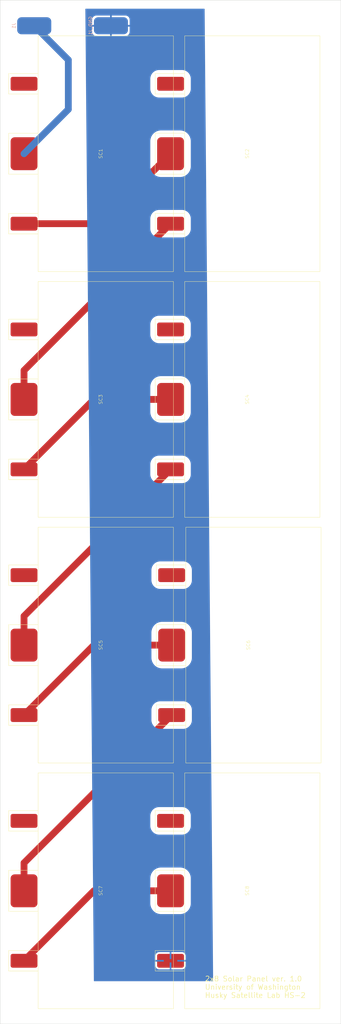
<source format=kicad_pcb>
(kicad_pcb (version 20241229) (generator "pcbnew") (generator_version "9.0")
  (layers (0 "F.Cu" signal) (2 "B.Cu" signal) (13 "F.Paste" user) (15 "B.Paste" user) (5 "F.SilkS" user "F.Silkscreen") (7 "B.SilkS" user "B.Silkscreen") (1 "F.Mask" user) (3 "B.Mask" user) (25 "Edge.Cuts" user))
  (net 0 "")
  (net 1 "Net-(J1-Pin_1)")
  (net 2 "Net-(SC1--)")
  (net 3 "Net-(SC2--)")
  (net 4 "Net-(SC3--)")
  (net 5 "Net-(SC4--)")
  (net 6 "Net-(SC5--)")
  (net 7 "Net-(SC6--)")
  (net 8 "Net-(SC7--)")
  (net 9 "GND")
  (footprint "solar_cells:xte-sf" (layer "F.Cu") (at 76.525 325.5 90)
    (property "Reference" "SC7" (at 0 -1.5 90) (layer "F.SilkS") (effects (font (thickness 0.1))))
    (property "Value" "XTE-SF")
    (fp_line (start 23.5 -28.5) (end 23.5 -20) (stroke (width 0.1)) (layer "F.SilkS"))
    (fp_line (start 17.5 -28.5) (end 23.5 -28.5) (stroke (width 0.1)) (layer "F.SilkS"))
    (fp_line (start 6 -28.5) (end 6 -20) (stroke (width 0.1)) (layer "F.SilkS"))
    (fp_line (start -6 -28.5) (end 6 -28.5) (stroke (width 0.1)) (layer "F.SilkS"))
    (fp_line (start -6 -28.5) (end -6 -20) (stroke (width 0.1)) (layer "F.SilkS"))
    (fp_line (start -17.5 -28.5) (end -17.5 -20) (stroke (width 0.1)) (layer "F.SilkS"))
    (fp_line (start -23.5 -28.5) (end -17.5 -28.5) (stroke (width 0.1)) (layer "F.SilkS"))
    (fp_line (start -23.5 -28.5) (end -23.5 -20) (stroke (width 0.1)) (layer "F.SilkS"))
    (fp_line (start 17.5 -20) (end 17.5 -28.5) (stroke (width 0.1)) (layer "F.SilkS"))
    (fp_line (start -23.5 -20) (end -23.5 -28.5) (stroke (width 0.1)) (layer "F.SilkS"))
    (fp_rect (start -34.55 -19.85) (end 34.55 19.85) (stroke (width 0.1)) (fill no) (layer "F.SilkS"))
    (pad "1" smd roundrect (at 0 -24 90) (size 9.652 7.874) (layers "F.Cu" "F.Mask" "F.Paste") (roundrect_rratio 0.15) (net 7 "Net-(SC6--)"))
    (pad "2" smd roundrect (at -20.5 -24 90) (size 4.064 7.874) (layers "F.Cu" "F.Mask" "F.Paste") (roundrect_rratio 0.15) (net 8 "Net-(SC7--)"))
    (pad "3" smd roundrect (at 20.5 -24 90) (size 4.064 7.874) (layers "F.Cu" "F.Mask" "F.Paste") (roundrect_rratio 0.15))
  )
  (footprint "solar_cells:xte-sf" (layer "F.Cu") (at 119.525 181.5 90)
    (property "Reference" "SC4" (at 0 -1.5 90) (layer "F.SilkS") (effects (font (thickness 0.1))))
    (property "Value" "XTE-SF")
    (fp_line (start 23.5 -28.5) (end 23.5 -20) (stroke (width 0.1)) (layer "F.SilkS"))
    (fp_line (start 17.5 -28.5) (end 23.5 -28.5) (stroke (width 0.1)) (layer "F.SilkS"))
    (fp_line (start 6 -28.5) (end 6 -20) (stroke (width 0.1)) (layer "F.SilkS"))
    (fp_line (start -6 -28.5) (end 6 -28.5) (stroke (width 0.1)) (layer "F.SilkS"))
    (fp_line (start -6 -28.5) (end -6 -20) (stroke (width 0.1)) (layer "F.SilkS"))
    (fp_line (start -17.5 -28.5) (end -17.5 -20) (stroke (width 0.1)) (layer "F.SilkS"))
    (fp_line (start -23.5 -28.5) (end -17.5 -28.5) (stroke (width 0.1)) (layer "F.SilkS"))
    (fp_line (start -23.5 -28.5) (end -23.5 -20) (stroke (width 0.1)) (layer "F.SilkS"))
    (fp_line (start 17.5 -20) (end 17.5 -28.5) (stroke (width 0.1)) (layer "F.SilkS"))
    (fp_line (start -23.5 -20) (end -23.5 -28.5) (stroke (width 0.1)) (layer "F.SilkS"))
    (fp_rect (start -34.55 -19.85) (end 34.55 19.85) (stroke (width 0.1)) (fill no) (layer "F.SilkS"))
    (pad "1" smd roundrect (at 0 -24 90) (size 9.652 7.874) (layers "F.Cu" "F.Mask" "F.Paste") (roundrect_rratio 0.15) (net 4 "Net-(SC3--)"))
    (pad "2" smd roundrect (at -20.5 -24 90) (size 4.064 7.874) (layers "F.Cu" "F.Mask" "F.Paste") (roundrect_rratio 0.15) (net 5 "Net-(SC4--)"))
    (pad "3" smd roundrect (at 20.5 -24 90) (size 4.064 7.874) (layers "F.Cu" "F.Mask" "F.Paste") (roundrect_rratio 0.15))
  )
  (footprint "solar_cells:xte-sf" (layer "F.Cu") (at 119.85 253.5 90)
    (property "Reference" "SC6" (at 0 -1.5 90) (layer "F.SilkS") (effects (font (thickness 0.1))))
    (property "Value" "XTE-SF")
    (fp_line (start 23.5 -28.5) (end 23.5 -20) (stroke (width 0.1)) (layer "F.SilkS"))
    (fp_line (start 17.5 -28.5) (end 23.5 -28.5) (stroke (width 0.1)) (layer "F.SilkS"))
    (fp_line (start 6 -28.5) (end 6 -20) (stroke (width 0.1)) (layer "F.SilkS"))
    (fp_line (start -6 -28.5) (end 6 -28.5) (stroke (width 0.1)) (layer "F.SilkS"))
    (fp_line (start -6 -28.5) (end -6 -20) (stroke (width 0.1)) (layer "F.SilkS"))
    (fp_line (start -17.5 -28.5) (end -17.5 -20) (stroke (width 0.1)) (layer "F.SilkS"))
    (fp_line (start -23.5 -28.5) (end -17.5 -28.5) (stroke (width 0.1)) (layer "F.SilkS"))
    (fp_line (start -23.5 -28.5) (end -23.5 -20) (stroke (width 0.1)) (layer "F.SilkS"))
    (fp_line (start 17.5 -20) (end 17.5 -28.5) (stroke (width 0.1)) (layer "F.SilkS"))
    (fp_line (start -23.5 -20) (end -23.5 -28.5) (stroke (width 0.1)) (layer "F.SilkS"))
    (fp_rect (start -34.55 -19.85) (end 34.55 19.85) (stroke (width 0.1)) (fill no) (layer "F.SilkS"))
    (pad "1" smd roundrect (at 0 -24 90) (size 9.652 7.874) (layers "F.Cu" "F.Mask" "F.Paste") (roundrect_rratio 0.15) (net 6 "Net-(SC5--)"))
    (pad "2" smd roundrect (at -20.5 -24 90) (size 4.064 7.874) (layers "F.Cu" "F.Mask" "F.Paste") (roundrect_rratio 0.15) (net 7 "Net-(SC6--)"))
    (pad "3" smd roundrect (at 20.5 -24 90) (size 4.064 7.874) (layers "F.Cu" "F.Mask" "F.Paste") (roundrect_rratio 0.15))
  )
  (footprint "solar_cells:xte-sf" (layer "F.Cu") (at 119.525 109.5 90)
    (property "Reference" "SC2" (at 0 -1.5 90) (layer "F.SilkS") (effects (font (thickness 0.1))))
    (property "Value" "XTE-SF")
    (fp_line (start 23.5 -28.5) (end 23.5 -20) (stroke (width 0.1)) (layer "F.SilkS"))
    (fp_line (start 17.5 -28.5) (end 23.5 -28.5) (stroke (width 0.1)) (layer "F.SilkS"))
    (fp_line (start 6 -28.5) (end 6 -20) (stroke (width 0.1)) (layer "F.SilkS"))
    (fp_line (start -6 -28.5) (end 6 -28.5) (stroke (width 0.1)) (layer "F.SilkS"))
    (fp_line (start -6 -28.5) (end -6 -20) (stroke (width 0.1)) (layer "F.SilkS"))
    (fp_line (start -17.5 -28.5) (end -17.5 -20) (stroke (width 0.1)) (layer "F.SilkS"))
    (fp_line (start -23.5 -28.5) (end -17.5 -28.5) (stroke (width 0.1)) (layer "F.SilkS"))
    (fp_line (start -23.5 -28.5) (end -23.5 -20) (stroke (width 0.1)) (layer "F.SilkS"))
    (fp_line (start 17.5 -20) (end 17.5 -28.5) (stroke (width 0.1)) (layer "F.SilkS"))
    (fp_line (start -23.5 -20) (end -23.5 -28.5) (stroke (width 0.1)) (layer "F.SilkS"))
    (fp_rect (start -34.55 -19.85) (end 34.55 19.85) (stroke (width 0.1)) (fill no) (layer "F.SilkS"))
    (pad "1" smd roundrect (at 0 -24 90) (size 9.652 7.874) (layers "F.Cu" "F.Mask" "F.Paste") (roundrect_rratio 0.15) (net 2 "Net-(SC1--)"))
    (pad "2" smd roundrect (at -20.5 -24 90) (size 4.064 7.874) (layers "F.Cu" "F.Mask" "F.Paste") (roundrect_rratio 0.15) (net 3 "Net-(SC2--)"))
    (pad "3" smd roundrect (at 20.5 -24 90) (size 4.064 7.874) (layers "F.Cu" "F.Mask" "F.Paste") (roundrect_rratio 0.15))
  )
  (footprint "solar_cells:xte-sf" (layer "F.Cu") (at 119.525 325.5 90)
    (property "Reference" "SC8" (at 0 -1.5 90) (layer "F.SilkS") (effects (font (thickness 0.1))))
    (property "Value" "XTE-SF")
    (fp_line (start 23.5 -28.5) (end 23.5 -20) (stroke (width 0.1)) (layer "F.SilkS"))
    (fp_line (start 17.5 -28.5) (end 23.5 -28.5) (stroke (width 0.1)) (layer "F.SilkS"))
    (fp_line (start 6 -28.5) (end 6 -20) (stroke (width 0.1)) (layer "F.SilkS"))
    (fp_line (start -6 -28.5) (end 6 -28.5) (stroke (width 0.1)) (layer "F.SilkS"))
    (fp_line (start -6 -28.5) (end -6 -20) (stroke (width 0.1)) (layer "F.SilkS"))
    (fp_line (start -17.5 -28.5) (end -17.5 -20) (stroke (width 0.1)) (layer "F.SilkS"))
    (fp_line (start -23.5 -28.5) (end -17.5 -28.5) (stroke (width 0.1)) (layer "F.SilkS"))
    (fp_line (start -23.5 -28.5) (end -23.5 -20) (stroke (width 0.1)) (layer "F.SilkS"))
    (fp_line (start 17.5 -20) (end 17.5 -28.5) (stroke (width 0.1)) (layer "F.SilkS"))
    (fp_line (start -23.5 -20) (end -23.5 -28.5) (stroke (width 0.1)) (layer "F.SilkS"))
    (fp_rect (start -34.55 -19.85) (end 34.55 19.85) (stroke (width 0.1)) (fill no) (layer "F.SilkS"))
    (pad "1" smd roundrect (at 0 -24 90) (size 9.652 7.874) (layers "F.Cu" "F.Mask" "F.Paste") (roundrect_rratio 0.15) (net 8 "Net-(SC7--)"))
    (pad "2" smd roundrect (at -20.5 -24 90) (size 4.064 7.874) (layers "F.Cu" "F.Mask" "F.Paste") (roundrect_rratio 0.15) (net 9 "GND"))
    (pad "3" smd roundrect (at 20.5 -24 90) (size 4.064 7.874) (layers "F.Cu" "F.Mask" "F.Paste") (roundrect_rratio 0.15))
  )
  (footprint "solar_cells:xte-sf" (layer "F.Cu") (at 76.525 253.5 90)
    (property "Reference" "SC5" (at 0 -1.5 90) (layer "F.SilkS") (effects (font (thickness 0.1))))
    (property "Value" "XTE-SF")
    (fp_line (start 23.5 -28.5) (end 23.5 -20) (stroke (width 0.1)) (layer "F.SilkS"))
    (fp_line (start 17.5 -28.5) (end 23.5 -28.5) (stroke (width 0.1)) (layer "F.SilkS"))
    (fp_line (start 6 -28.5) (end 6 -20) (stroke (width 0.1)) (layer "F.SilkS"))
    (fp_line (start -6 -28.5) (end 6 -28.5) (stroke (width 0.1)) (layer "F.SilkS"))
    (fp_line (start -6 -28.5) (end -6 -20) (stroke (width 0.1)) (layer "F.SilkS"))
    (fp_line (start -17.5 -28.5) (end -17.5 -20) (stroke (width 0.1)) (layer "F.SilkS"))
    (fp_line (start -23.5 -28.5) (end -17.5 -28.5) (stroke (width 0.1)) (layer "F.SilkS"))
    (fp_line (start -23.5 -28.5) (end -23.5 -20) (stroke (width 0.1)) (layer "F.SilkS"))
    (fp_line (start 17.5 -20) (end 17.5 -28.5) (stroke (width 0.1)) (layer "F.SilkS"))
    (fp_line (start -23.5 -20) (end -23.5 -28.5) (stroke (width 0.1)) (layer "F.SilkS"))
    (fp_rect (start -34.55 -19.85) (end 34.55 19.85) (stroke (width 0.1)) (fill no) (layer "F.SilkS"))
    (pad "1" smd roundrect (at 0 -24 90) (size 9.652 7.874) (layers "F.Cu" "F.Mask" "F.Paste") (roundrect_rratio 0.15) (net 5 "Net-(SC4--)"))
    (pad "2" smd roundrect (at -20.5 -24 90) (size 4.064 7.874) (layers "F.Cu" "F.Mask" "F.Paste") (roundrect_rratio 0.15) (net 6 "Net-(SC5--)"))
    (pad "3" smd roundrect (at 20.5 -24 90) (size 4.064 7.874) (layers "F.Cu" "F.Mask" "F.Paste") (roundrect_rratio 0.15))
  )
  (footprint "solar_cells:xte-sf" (layer "F.Cu") (at 76.525 109.5 90)
    (property "Reference" "SC1" (at 0 -1.5 90) (layer "F.SilkS") (effects (font (thickness 0.1))))
    (property "Value" "XTE-SF")
    (fp_line (start 23.5 -28.5) (end 23.5 -20) (stroke (width 0.1)) (layer "F.SilkS"))
    (fp_line (start 17.5 -28.5) (end 23.5 -28.5) (stroke (width 0.1)) (layer "F.SilkS"))
    (fp_line (start 6 -28.5) (end 6 -20) (stroke (width 0.1)) (layer "F.SilkS"))
    (fp_line (start -6 -28.5) (end 6 -28.5) (stroke (width 0.1)) (layer "F.SilkS"))
    (fp_line (start -6 -28.5) (end -6 -20) (stroke (width 0.1)) (layer "F.SilkS"))
    (fp_line (start -17.5 -28.5) (end -17.5 -20) (stroke (width 0.1)) (layer "F.SilkS"))
    (fp_line (start -23.5 -28.5) (end -17.5 -28.5) (stroke (width 0.1)) (layer "F.SilkS"))
    (fp_line (start -23.5 -28.5) (end -23.5 -20) (stroke (width 0.1)) (layer "F.SilkS"))
    (fp_line (start 17.5 -20) (end 17.5 -28.5) (stroke (width 0.1)) (layer "F.SilkS"))
    (fp_line (start -23.5 -20) (end -23.5 -28.5) (stroke (width 0.1)) (layer "F.SilkS"))
    (fp_rect (start -34.55 -19.85) (end 34.55 19.85) (stroke (width 0.1)) (fill no) (layer "F.SilkS"))
    (pad "1" smd roundrect (at 0 -24 90) (size 9.652 7.874) (layers "F.Cu" "F.Mask" "F.Paste") (roundrect_rratio 0.15) (net 1 "Net-(J1-Pin_1)"))
    (pad "2" smd roundrect (at -20.5 -24 90) (size 4.064 7.874) (layers "F.Cu" "F.Mask" "F.Paste") (roundrect_rratio 0.15) (net 2 "Net-(SC1--)"))
    (pad "3" smd roundrect (at 20.5 -24 90) (size 4.064 7.874) (layers "F.Cu" "F.Mask" "F.Paste") (roundrect_rratio 0.15))
  )
  (footprint "solar_cells:xte-sf" (layer "F.Cu") (at 76.525 181.5 90)
    (property "Reference" "SC3" (at 0 -1.5 90) (layer "F.SilkS") (effects (font (thickness 0.1))))
    (property "Value" "XTE-SF")
    (fp_line (start 23.5 -28.5) (end 23.5 -20) (stroke (width 0.1)) (layer "F.SilkS"))
    (fp_line (start 17.5 -28.5) (end 23.5 -28.5) (stroke (width 0.1)) (layer "F.SilkS"))
    (fp_line (start 6 -28.5) (end 6 -20) (stroke (width 0.1)) (layer "F.SilkS"))
    (fp_line (start -6 -28.5) (end 6 -28.5) (stroke (width 0.1)) (layer "F.SilkS"))
    (fp_line (start -6 -28.5) (end -6 -20) (stroke (width 0.1)) (layer "F.SilkS"))
    (fp_line (start -17.5 -28.5) (end -17.5 -20) (stroke (width 0.1)) (layer "F.SilkS"))
    (fp_line (start -23.5 -28.5) (end -17.5 -28.5) (stroke (width 0.1)) (layer "F.SilkS"))
    (fp_line (start -23.5 -28.5) (end -23.5 -20) (stroke (width 0.1)) (layer "F.SilkS"))
    (fp_line (start 17.5 -20) (end 17.5 -28.5) (stroke (width 0.1)) (layer "F.SilkS"))
    (fp_line (start -23.5 -20) (end -23.5 -28.5) (stroke (width 0.1)) (layer "F.SilkS"))
    (fp_rect (start -34.55 -19.85) (end 34.55 19.85) (stroke (width 0.1)) (fill no) (layer "F.SilkS"))
    (pad "1" smd roundrect (at 0 -24 90) (size 9.652 7.874) (layers "F.Cu" "F.Mask" "F.Paste") (roundrect_rratio 0.15) (net 3 "Net-(SC2--)"))
    (pad "2" smd roundrect (at -20.5 -24 90) (size 4.064 7.874) (layers "F.Cu" "F.Mask" "F.Paste") (roundrect_rratio 0.15) (net 4 "Net-(SC3--)"))
    (pad "3" smd roundrect (at 20.5 -24 90) (size 4.064 7.874) (layers "F.Cu" "F.Mask" "F.Paste") (roundrect_rratio 0.15))
  )
  (footprint "Connector_Wire:SolderWirePad_1x01_SMD_5x10mm" (layer "B.Cu") (at 55.525 72 -90)
    (property "Reference" "J1" (at 0 6 90) (layer "B.SilkS") (effects (justify mirror)))
    (property "Value" "Conn_01x01_Pin")
    (pad "1" smd roundrect (at 0 0 270) (size 5 10) (layers "B.Cu" "B.Mask") (net 1 "Net-(J1-Pin_1)"))
  )
  (footprint "Connector_Wire:SolderWirePad_1x01_SMD_5x10mm" (layer "B.Cu") (at 78.025 72 -90)
    (property "Reference" "GND_J1" (at 0 6 90) (layer "B.SilkS") (effects (justify mirror)))
    (property "Value" "Conn_01x01_Pin")
    (pad "1" smd roundrect (at 0 0 270) (size 5 10) (layers "B.Cu" "B.Mask") (net 9 "GND"))
  )
  (gr_rect (start 45.525 64.5) (end 145.525 364.5) (stroke (width 0.1)) (fill no) (layer "Edge.Cuts"))
  (gr_text "2x8 Solar Panel ver. 1.0\nUniversity of Washington\nHusky Satellite Lab HS-2" (at 105.525 357 0) (layer "F.SilkS") (effects (font (size 1.5 1.5) (thickness 0.1875)) (justify left bottom)))
  (segment (start 65.525 96.5) (end 52.525 109.5) (width 2) (layer "B.Cu") (net 1))
  (segment (start 55.525 72) (end 65.525 82) (width 2) (layer "B.Cu") (net 1))
  (segment (start 65.525 82) (end 65.525 96.5) (width 2) (layer "B.Cu") (net 1))
  (segment (start 75.025 130) (end 95.525 109.5) (width 2) (layer "F.Cu") (net 2))
  (segment (start 52.525 130) (end 75.025 130) (width 2) (layer "F.Cu") (net 2))
  (segment (start 52.525 173) (end 52.525 181.5) (width 2) (layer "F.Cu") (net 3))
  (segment (start 95.525 130) (end 52.525 173) (width 2) (layer "F.Cu") (net 3))
  (segment (start 95.525 181.5) (end 73.025 181.5) (width 2) (layer "F.Cu") (net 4))
  (segment (start 73.025 181.5) (end 52.525 202) (width 2) (layer "F.Cu") (net 4))
  (segment (start 95.525 202) (end 52.525 245) (width 2) (layer "F.Cu") (net 5))
  (segment (start 52.525 245) (end 52.525 253.5) (width 2) (layer "F.Cu") (net 5))
  (segment (start 73.025 253.5) (end 52.525 274) (width 2) (layer "F.Cu") (net 6))
  (segment (start 95.85 253.5) (end 73.025 253.5) (width 2) (layer "F.Cu") (net 6))
  (segment (start 95.85 274) (end 52.525 317.325) (width 2) (layer "F.Cu") (net 7))
  (segment (start 52.525 317.325) (end 52.525 325.5) (width 2) (layer "F.Cu") (net 7))
  (segment (start 73.025 325.5) (end 52.525 346) (width 2) (layer "F.Cu") (net 8))
  (segment (start 95.525 325.5) (end 73.025 325.5) (width 2) (layer "F.Cu") (net 8))
  (zone (net 9) (net_name "GND") (layer "B.Cu") (connect_pads (clearance 0.5)) (min_thickness 0.25) (fill yes (thermal_gap 0.5) (thermal_bridge_width 0.5))
    (polygon (pts (xy 70.525 67) (xy 105.525 67) (xy 108.025 352) (xy 73.025 352)))
  )
)
</source>
